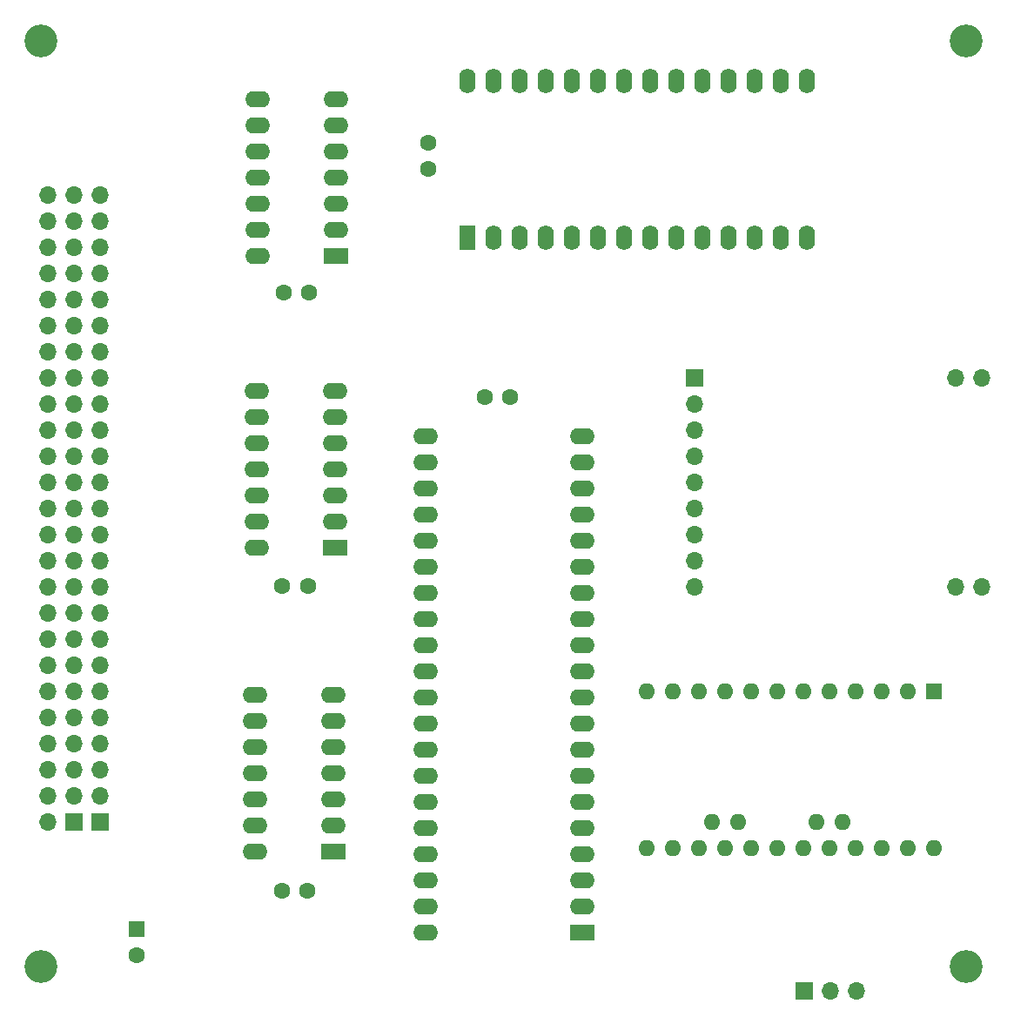
<source format=gts>
G04 #@! TF.GenerationSoftware,KiCad,Pcbnew,(5.1.9)-1*
G04 #@! TF.CreationDate,2022-06-24T16:27:56+09:00*
G04 #@! TF.ProjectId,PC-8001_SD,50432d38-3030-4315-9f53-442e6b696361,rev?*
G04 #@! TF.SameCoordinates,PX53920b0PY93c3260*
G04 #@! TF.FileFunction,Soldermask,Top*
G04 #@! TF.FilePolarity,Negative*
%FSLAX46Y46*%
G04 Gerber Fmt 4.6, Leading zero omitted, Abs format (unit mm)*
G04 Created by KiCad (PCBNEW (5.1.9)-1) date 2022-06-24 16:27:56*
%MOMM*%
%LPD*%
G01*
G04 APERTURE LIST*
%ADD10R,1.700000X1.700000*%
%ADD11O,1.700000X1.700000*%
%ADD12C,1.600000*%
%ADD13R,1.600000X2.400000*%
%ADD14O,1.600000X2.400000*%
%ADD15R,2.400000X1.600000*%
%ADD16O,2.400000X1.600000*%
%ADD17C,3.200000*%
%ADD18R,1.600000X1.600000*%
%ADD19O,1.600000X1.600000*%
G04 APERTURE END LIST*
D10*
X68580000Y62230000D03*
D11*
X68580000Y59690000D03*
X68580000Y57150000D03*
X68580000Y54610000D03*
X68580000Y52070000D03*
X68580000Y49530000D03*
X68580000Y46990000D03*
X68580000Y44450000D03*
X68580000Y41910000D03*
X96520000Y41910000D03*
X93980000Y41910000D03*
X96520000Y62230000D03*
X93980000Y62230000D03*
D12*
X48170000Y60300000D03*
X50670000Y60300000D03*
D13*
X46480000Y75835000D03*
D14*
X79500000Y91075000D03*
X49020000Y75835000D03*
X76960000Y91075000D03*
X51560000Y75835000D03*
X74420000Y91075000D03*
X54100000Y75835000D03*
X71880000Y91075000D03*
X56640000Y75835000D03*
X69340000Y91075000D03*
X59180000Y75835000D03*
X66800000Y91075000D03*
X61720000Y75835000D03*
X64260000Y91075000D03*
X64260000Y75835000D03*
X61720000Y91075000D03*
X66800000Y75835000D03*
X59180000Y91075000D03*
X69340000Y75835000D03*
X56640000Y91075000D03*
X71880000Y75835000D03*
X54100000Y91075000D03*
X74420000Y75835000D03*
X51560000Y91075000D03*
X76960000Y75835000D03*
X49020000Y91075000D03*
X79500000Y75835000D03*
X46480000Y91075000D03*
D15*
X57695000Y8230000D03*
D16*
X42455000Y56490000D03*
X57695000Y10770000D03*
X42455000Y53950000D03*
X57695000Y13310000D03*
X42455000Y51410000D03*
X57695000Y15850000D03*
X42455000Y48870000D03*
X57695000Y18390000D03*
X42455000Y46330000D03*
X57695000Y20930000D03*
X42455000Y43790000D03*
X57695000Y23470000D03*
X42455000Y41250000D03*
X57695000Y26010000D03*
X42455000Y38710000D03*
X57695000Y28550000D03*
X42455000Y36170000D03*
X57695000Y31090000D03*
X42455000Y33630000D03*
X57695000Y33630000D03*
X42455000Y31090000D03*
X57695000Y36170000D03*
X42455000Y28550000D03*
X57695000Y38710000D03*
X42455000Y26010000D03*
X57695000Y41250000D03*
X42455000Y23470000D03*
X57695000Y43790000D03*
X42455000Y20930000D03*
X57695000Y46330000D03*
X42455000Y18390000D03*
X57695000Y48870000D03*
X42455000Y15850000D03*
X57695000Y51410000D03*
X42455000Y13310000D03*
X57695000Y53950000D03*
X42455000Y10770000D03*
X57695000Y56490000D03*
X42455000Y8230000D03*
D12*
X42670000Y85060000D03*
X42670000Y82560000D03*
D17*
X5000000Y95000000D03*
X95000000Y95000000D03*
X95000000Y5000000D03*
X5000000Y5000000D03*
D18*
X14335000Y8570000D03*
D12*
X14335000Y6070000D03*
D18*
X91935000Y31710000D03*
D19*
X89395000Y31710000D03*
X86855000Y31710000D03*
X63995000Y16470000D03*
X84315000Y31710000D03*
X66535000Y16470000D03*
X81775000Y31710000D03*
X69075000Y16470000D03*
X79235000Y31710000D03*
X71615000Y16470000D03*
X76695000Y31710000D03*
X74155000Y16470000D03*
X74155000Y31710000D03*
X76695000Y16470000D03*
X71615000Y31710000D03*
X79235000Y16470000D03*
X69075000Y31710000D03*
X81775000Y16470000D03*
X66535000Y31710000D03*
X84315000Y16470000D03*
X63995000Y31710000D03*
X86855000Y16470000D03*
X89395000Y16470000D03*
X91935000Y16470000D03*
X83045000Y19010000D03*
X80505000Y19010000D03*
X72885000Y19010000D03*
X70345000Y19010000D03*
D12*
X30965000Y12345000D03*
X28465000Y12345000D03*
X28488000Y41974000D03*
X30988000Y41974000D03*
X31115000Y70485000D03*
X28615000Y70485000D03*
D16*
X25885000Y16155000D03*
X33505000Y31395000D03*
X25885000Y18695000D03*
X33505000Y28855000D03*
X25885000Y21235000D03*
X33505000Y26315000D03*
X25885000Y23775000D03*
X33505000Y23775000D03*
X25885000Y26315000D03*
X33505000Y21235000D03*
X25885000Y28855000D03*
X33505000Y18695000D03*
X25885000Y31395000D03*
D15*
X33505000Y16155000D03*
X33700000Y74045000D03*
D16*
X26080000Y89285000D03*
X33700000Y76585000D03*
X26080000Y86745000D03*
X33700000Y79125000D03*
X26080000Y84205000D03*
X33700000Y81665000D03*
X26080000Y81665000D03*
X33700000Y84205000D03*
X26080000Y79125000D03*
X33700000Y86745000D03*
X26080000Y76585000D03*
X33700000Y89285000D03*
X26080000Y74045000D03*
D10*
X8255000Y19050000D03*
D11*
X5715000Y19050000D03*
X8255000Y21590000D03*
X5715000Y21590000D03*
X8255000Y24130000D03*
X5715000Y24130000D03*
X8255000Y26670000D03*
X5715000Y26670000D03*
X8255000Y29210000D03*
X5715000Y29210000D03*
X8255000Y31750000D03*
X5715000Y31750000D03*
X8255000Y34290000D03*
X5715000Y34290000D03*
X8255000Y36830000D03*
X5715000Y36830000D03*
X8255000Y39370000D03*
X5715000Y39370000D03*
X8255000Y41910000D03*
X5715000Y41910000D03*
X8255000Y44450000D03*
X5715000Y44450000D03*
X8255000Y46990000D03*
X5715000Y46990000D03*
X8255000Y49530000D03*
X5715000Y49530000D03*
X8255000Y52070000D03*
X5715000Y52070000D03*
X8255000Y54610000D03*
X5715000Y54610000D03*
X8255000Y57150000D03*
X5715000Y57150000D03*
X8255000Y59690000D03*
X5715000Y59690000D03*
X8255000Y62230000D03*
X5715000Y62230000D03*
X8255000Y64770000D03*
X5715000Y64770000D03*
X8255000Y67310000D03*
X5715000Y67310000D03*
X8255000Y69850000D03*
X5715000Y69850000D03*
X8255000Y72390000D03*
X5715000Y72390000D03*
X8255000Y74930000D03*
X5715000Y74930000D03*
X8255000Y77470000D03*
X5715000Y77470000D03*
X8255000Y80010000D03*
X5715000Y80010000D03*
D10*
X10795000Y19050000D03*
D11*
X10795000Y21590000D03*
X10795000Y24130000D03*
X10795000Y26670000D03*
X10795000Y29210000D03*
X10795000Y31750000D03*
X10795000Y34290000D03*
X10795000Y36830000D03*
X10795000Y39370000D03*
X10795000Y41910000D03*
X10795000Y44450000D03*
X10795000Y46990000D03*
X10795000Y49530000D03*
X10795000Y52070000D03*
X10795000Y54610000D03*
X10795000Y57150000D03*
X10795000Y59690000D03*
X10795000Y62230000D03*
X10795000Y64770000D03*
X10795000Y67310000D03*
X10795000Y69850000D03*
X10795000Y72390000D03*
X10795000Y74930000D03*
X10795000Y77470000D03*
X10795000Y80010000D03*
D10*
X79248000Y2604000D03*
D11*
X81788000Y2604000D03*
X84328000Y2604000D03*
D15*
X33655000Y45720000D03*
D16*
X26035000Y60960000D03*
X33655000Y48260000D03*
X26035000Y58420000D03*
X33655000Y50800000D03*
X26035000Y55880000D03*
X33655000Y53340000D03*
X26035000Y53340000D03*
X33655000Y55880000D03*
X26035000Y50800000D03*
X33655000Y58420000D03*
X26035000Y48260000D03*
X33655000Y60960000D03*
X26035000Y45720000D03*
M02*

</source>
